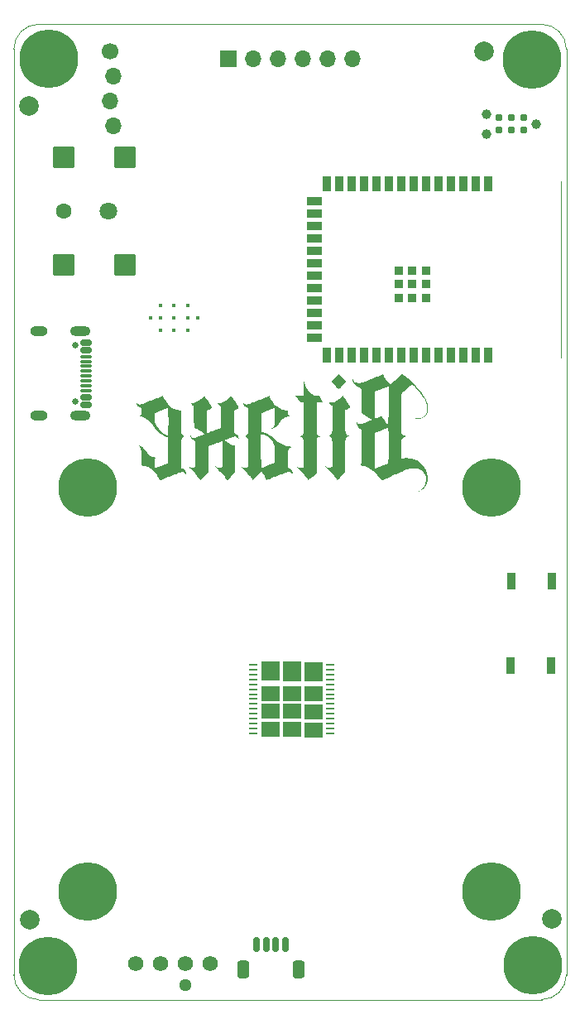
<source format=gbr>
%TF.GenerationSoftware,KiCad,Pcbnew,8.0.7*%
%TF.CreationDate,2025-01-27T23:16:30-05:00*%
%TF.ProjectId,bitaxeGamma,62697461-7865-4476-916d-6d612e6b6963,rev?*%
%TF.SameCoordinates,Original*%
%TF.FileFunction,Soldermask,Bot*%
%TF.FilePolarity,Negative*%
%FSLAX46Y46*%
G04 Gerber Fmt 4.6, Leading zero omitted, Abs format (unit mm)*
G04 Created by KiCad (PCBNEW 8.0.7) date 2025-01-27 23:16:30*
%MOMM*%
%LPD*%
G01*
G04 APERTURE LIST*
G04 Aperture macros list*
%AMRoundRect*
0 Rectangle with rounded corners*
0 $1 Rounding radius*
0 $2 $3 $4 $5 $6 $7 $8 $9 X,Y pos of 4 corners*
0 Add a 4 corners polygon primitive as box body*
4,1,4,$2,$3,$4,$5,$6,$7,$8,$9,$2,$3,0*
0 Add four circle primitives for the rounded corners*
1,1,$1+$1,$2,$3*
1,1,$1+$1,$4,$5*
1,1,$1+$1,$6,$7*
1,1,$1+$1,$8,$9*
0 Add four rect primitives between the rounded corners*
20,1,$1+$1,$2,$3,$4,$5,0*
20,1,$1+$1,$4,$5,$6,$7,0*
20,1,$1+$1,$6,$7,$8,$9,0*
20,1,$1+$1,$8,$9,$2,$3,0*%
G04 Aperture macros list end*
%ADD10C,0.120000*%
%ADD11C,0.000000*%
%ADD12C,6.000000*%
%ADD13C,0.800000*%
%ADD14R,1.700000X1.700000*%
%ADD15O,1.700000X1.700000*%
%ADD16C,0.400000*%
%ADD17C,1.295400*%
%ADD18C,1.574800*%
%ADD19C,1.700000*%
%ADD20C,2.000000*%
%ADD21C,0.650000*%
%ADD22RoundRect,0.150000X0.425000X-0.150000X0.425000X0.150000X-0.425000X0.150000X-0.425000X-0.150000X0*%
%ADD23RoundRect,0.075000X0.500000X-0.075000X0.500000X0.075000X-0.500000X0.075000X-0.500000X-0.075000X0*%
%ADD24O,1.800000X1.000000*%
%ADD25O,2.100000X1.000000*%
%ADD26R,0.900000X1.500000*%
%ADD27R,1.500000X0.900000*%
%ADD28R,0.900000X0.900000*%
%ADD29C,0.990600*%
%ADD30C,0.787400*%
%ADD31RoundRect,0.055250X0.340750X0.055250X-0.340750X0.055250X-0.340750X-0.055250X0.340750X-0.055250X0*%
%ADD32C,1.600000*%
%ADD33C,1.800000*%
%ADD34RoundRect,0.102000X1.000000X-1.000000X1.000000X1.000000X-1.000000X1.000000X-1.000000X-1.000000X0*%
%ADD35R,0.900000X1.800000*%
%ADD36RoundRect,0.150000X-0.150000X-0.625000X0.150000X-0.625000X0.150000X0.625000X-0.150000X0.625000X0*%
%ADD37RoundRect,0.250000X-0.350000X-0.650000X0.350000X-0.650000X0.350000X0.650000X-0.350000X0.650000X0*%
%TA.AperFunction,Profile*%
%ADD38C,0.001000*%
%TD*%
G04 APERTURE END LIST*
D10*
%TO.C,U4*%
X133180000Y-81610000D02*
X133180000Y-63610000D01*
%TO.C,U8*%
X104290562Y-115206000D02*
X102510562Y-115206000D01*
X102510562Y-116646000D01*
X104290562Y-116646000D01*
X104290562Y-115206000D01*
G36*
X104290562Y-115206000D02*
G01*
X102510562Y-115206000D01*
X102510562Y-116646000D01*
X104290562Y-116646000D01*
X104290562Y-115206000D01*
G37*
X104290562Y-118916000D02*
X102510562Y-118916000D01*
X102510562Y-120356000D01*
X104290562Y-120356000D01*
X104290562Y-118916000D01*
G36*
X104290562Y-118916000D02*
G01*
X102510562Y-118916000D01*
X102510562Y-120356000D01*
X104290562Y-120356000D01*
X104290562Y-118916000D01*
G37*
X104300562Y-112726000D02*
X102520562Y-112726000D01*
X102520562Y-114596000D01*
X104300562Y-114596000D01*
X104300562Y-112726000D01*
G36*
X104300562Y-112726000D02*
G01*
X102520562Y-112726000D01*
X102520562Y-114596000D01*
X104300562Y-114596000D01*
X104300562Y-112726000D01*
G37*
X104300562Y-117046000D02*
X102520562Y-117046000D01*
X102520562Y-118486000D01*
X104300562Y-118486000D01*
X104300562Y-117046000D01*
G36*
X104300562Y-117046000D02*
G01*
X102520562Y-117046000D01*
X102520562Y-118486000D01*
X104300562Y-118486000D01*
X104300562Y-117046000D01*
G37*
X106500562Y-115206000D02*
X104720562Y-115206000D01*
X104720562Y-116646000D01*
X106500562Y-116646000D01*
X106500562Y-115206000D01*
G36*
X106500562Y-115206000D02*
G01*
X104720562Y-115206000D01*
X104720562Y-116646000D01*
X106500562Y-116646000D01*
X106500562Y-115206000D01*
G37*
X106500562Y-118916000D02*
X104720562Y-118916000D01*
X104720562Y-120356000D01*
X106500562Y-120356000D01*
X106500562Y-118916000D01*
G36*
X106500562Y-118916000D02*
G01*
X104720562Y-118916000D01*
X104720562Y-120356000D01*
X106500562Y-120356000D01*
X106500562Y-118916000D01*
G37*
X106510562Y-112736000D02*
X104730562Y-112736000D01*
X104730562Y-114606000D01*
X106510562Y-114606000D01*
X106510562Y-112736000D01*
G36*
X106510562Y-112736000D02*
G01*
X104730562Y-112736000D01*
X104730562Y-114606000D01*
X106510562Y-114606000D01*
X106510562Y-112736000D01*
G37*
X106510562Y-117046000D02*
X104730562Y-117046000D01*
X104730562Y-118486000D01*
X106510562Y-118486000D01*
X106510562Y-117046000D01*
G36*
X106510562Y-117046000D02*
G01*
X104730562Y-117046000D01*
X104730562Y-118486000D01*
X106510562Y-118486000D01*
X106510562Y-117046000D01*
G37*
X108710562Y-112746000D02*
X106930562Y-112746000D01*
X106930562Y-114626000D01*
X108710562Y-114626000D01*
X108710562Y-112746000D01*
G36*
X108710562Y-112746000D02*
G01*
X106930562Y-112746000D01*
X106930562Y-114626000D01*
X108710562Y-114626000D01*
X108710562Y-112746000D01*
G37*
X108710562Y-115216000D02*
X106930562Y-115216000D01*
X106930562Y-116656000D01*
X108710562Y-116656000D01*
X108710562Y-115216000D01*
G36*
X108710562Y-115216000D02*
G01*
X106930562Y-115216000D01*
X106930562Y-116656000D01*
X108710562Y-116656000D01*
X108710562Y-115216000D01*
G37*
X108710562Y-118926000D02*
X106930562Y-118926000D01*
X106930562Y-120366000D01*
X108710562Y-120366000D01*
X108710562Y-118926000D01*
G36*
X108710562Y-118926000D02*
G01*
X106930562Y-118926000D01*
X106930562Y-120366000D01*
X108710562Y-120366000D01*
X108710562Y-118926000D01*
G37*
X108720562Y-117056000D02*
X106940562Y-117056000D01*
X106940562Y-118496000D01*
X108720562Y-118496000D01*
X108720562Y-117056000D01*
G36*
X108720562Y-117056000D02*
G01*
X106940562Y-117056000D01*
X106940562Y-118496000D01*
X108720562Y-118496000D01*
X108720562Y-117056000D01*
G37*
D11*
%TO.C,G\u002A\u002A\u002A*%
G36*
X110835225Y-83669191D02*
G01*
X111225774Y-84059740D01*
X110840646Y-84445290D01*
X110743775Y-84541920D01*
X110649131Y-84635592D01*
X110567917Y-84715197D01*
X110504115Y-84776859D01*
X110461707Y-84816699D01*
X110444677Y-84830841D01*
X110429633Y-84818501D01*
X110388808Y-84780268D01*
X110326321Y-84719953D01*
X110246154Y-84641434D01*
X110152289Y-84548587D01*
X110048708Y-84445290D01*
X109663579Y-84059740D01*
X110054128Y-83669191D01*
X110444677Y-83278642D01*
X110835225Y-83669191D01*
G37*
G36*
X106952962Y-84218195D02*
G01*
X107012788Y-84384727D01*
X107130174Y-84656382D01*
X107260097Y-84893409D01*
X107401616Y-85094547D01*
X107553792Y-85258537D01*
X107715685Y-85384116D01*
X107886356Y-85470027D01*
X107916657Y-85479077D01*
X107996489Y-85494470D01*
X108098933Y-85507422D01*
X108211773Y-85516200D01*
X108448024Y-85528872D01*
X108633717Y-85851383D01*
X108687239Y-85945026D01*
X108740061Y-86039000D01*
X108781920Y-86115205D01*
X108809482Y-86167559D01*
X108819410Y-86189981D01*
X108812654Y-86193248D01*
X108772106Y-86198329D01*
X108701063Y-86202393D01*
X108606604Y-86205090D01*
X108495806Y-86206067D01*
X108172203Y-86206067D01*
X108178046Y-87763614D01*
X108179056Y-88029567D01*
X108180108Y-88286071D01*
X108181182Y-88506491D01*
X108182369Y-88693760D01*
X108183761Y-88850811D01*
X108185446Y-88980576D01*
X108187518Y-89085988D01*
X108190065Y-89169980D01*
X108193180Y-89235484D01*
X108196952Y-89285434D01*
X108201474Y-89322762D01*
X108206835Y-89350400D01*
X108213126Y-89371282D01*
X108220439Y-89388341D01*
X108228864Y-89404508D01*
X108261787Y-89457864D01*
X108349332Y-89557893D01*
X108450475Y-89629877D01*
X108508694Y-89659932D01*
X108417585Y-89713326D01*
X108319765Y-89792653D01*
X108242377Y-89900266D01*
X108195128Y-90023485D01*
X108193591Y-90033321D01*
X108189824Y-90086905D01*
X108186397Y-90179408D01*
X108183334Y-90308844D01*
X108180661Y-90473224D01*
X108178401Y-90670562D01*
X108176578Y-90898870D01*
X108175218Y-91156162D01*
X108174344Y-91440449D01*
X108173980Y-91749745D01*
X108173471Y-93386531D01*
X107742630Y-93787538D01*
X107311790Y-94188545D01*
X107277386Y-94097910D01*
X107247290Y-94032073D01*
X107177868Y-93916154D01*
X107082976Y-93783702D01*
X106967059Y-93640128D01*
X106834561Y-93490847D01*
X106689927Y-93341272D01*
X106537600Y-93196816D01*
X106483754Y-93146978D01*
X106402109Y-93067371D01*
X106327474Y-92990122D01*
X106262576Y-92918696D01*
X106210143Y-92856560D01*
X106172904Y-92807181D01*
X106153586Y-92774024D01*
X106154918Y-92760556D01*
X106179628Y-92770243D01*
X106230444Y-92806551D01*
X106299366Y-92857410D01*
X106369454Y-92896819D01*
X106436950Y-92916253D01*
X106516137Y-92921454D01*
X106532152Y-92921097D01*
X106642284Y-92901731D01*
X106745371Y-92857661D01*
X106824867Y-92795630D01*
X106826684Y-92793536D01*
X106833773Y-92782700D01*
X106839814Y-92766544D01*
X106844873Y-92742039D01*
X106849018Y-92706155D01*
X106852314Y-92655863D01*
X106854829Y-92588133D01*
X106856628Y-92499937D01*
X106857778Y-92388244D01*
X106858346Y-92250025D01*
X106858398Y-92082251D01*
X106858000Y-91881892D01*
X106857219Y-91645920D01*
X106856122Y-91371304D01*
X106850337Y-89987937D01*
X106790861Y-89886750D01*
X106733692Y-89809469D01*
X106627929Y-89721251D01*
X106524473Y-89656939D01*
X106595168Y-89620671D01*
X106660367Y-89577358D01*
X106737556Y-89503287D01*
X106800898Y-89418954D01*
X106838416Y-89338263D01*
X106840403Y-89327806D01*
X106845101Y-89272011D01*
X106849184Y-89174805D01*
X106852651Y-89036374D01*
X106855498Y-88856905D01*
X106857723Y-88636583D01*
X106859323Y-88375593D01*
X106860296Y-88074124D01*
X106860639Y-87732359D01*
X106860755Y-86206067D01*
X106708307Y-86206067D01*
X106555859Y-86206067D01*
X106282673Y-85867470D01*
X106009487Y-85528872D01*
X106435121Y-85523240D01*
X106860755Y-85517608D01*
X106861024Y-84731444D01*
X106861292Y-83945279D01*
X106952962Y-84218195D01*
G37*
G36*
X110875684Y-85508401D02*
G01*
X110901173Y-85546235D01*
X110945271Y-85612062D01*
X111005209Y-85701741D01*
X111078222Y-85811131D01*
X111161542Y-85936090D01*
X111252402Y-86072478D01*
X111628268Y-86636921D01*
X111578013Y-86701135D01*
X111533263Y-86747758D01*
X111443903Y-86815237D01*
X111334780Y-86877924D01*
X111218190Y-86928062D01*
X111111453Y-86965971D01*
X111111453Y-88107771D01*
X111111446Y-88275760D01*
X111111559Y-88507622D01*
X111112114Y-88703489D01*
X111113445Y-88866832D01*
X111115885Y-89001120D01*
X111119767Y-89109823D01*
X111125425Y-89196412D01*
X111133192Y-89264355D01*
X111143400Y-89317123D01*
X111156384Y-89358185D01*
X111172477Y-89391011D01*
X111192011Y-89419071D01*
X111215321Y-89445835D01*
X111242739Y-89474772D01*
X111256864Y-89488805D01*
X111322178Y-89541654D01*
X111387734Y-89580913D01*
X111466066Y-89616790D01*
X111381498Y-89654924D01*
X111375494Y-89657712D01*
X111281872Y-89720387D01*
X111198671Y-89808646D01*
X111140101Y-89907615D01*
X111138050Y-89913353D01*
X111132956Y-89936914D01*
X111128511Y-89974168D01*
X111124674Y-90027659D01*
X111121401Y-90099929D01*
X111118649Y-90193524D01*
X111116374Y-90310985D01*
X111114534Y-90454858D01*
X111113085Y-90627686D01*
X111111983Y-90832012D01*
X111111187Y-91070380D01*
X111110652Y-91345334D01*
X111110335Y-91659417D01*
X111109217Y-93342654D01*
X110688391Y-93742728D01*
X110674494Y-93755934D01*
X110565705Y-93858938D01*
X110467267Y-93951493D01*
X110383136Y-94029930D01*
X110317265Y-94090579D01*
X110273609Y-94129771D01*
X110256123Y-94143836D01*
X110253726Y-94142893D01*
X110237968Y-94118544D01*
X110218096Y-94071351D01*
X110201334Y-94030446D01*
X110153397Y-93941437D01*
X110083781Y-93838666D01*
X109990413Y-93719559D01*
X109871219Y-93581541D01*
X109724123Y-93422036D01*
X109547051Y-93238470D01*
X109543132Y-93234475D01*
X109396872Y-93084228D01*
X109277197Y-92958886D01*
X109184596Y-92859026D01*
X109119552Y-92785223D01*
X109082554Y-92738053D01*
X109074086Y-92718092D01*
X109094636Y-92725916D01*
X109144690Y-92762100D01*
X109161332Y-92775007D01*
X109222126Y-92820072D01*
X109267670Y-92847117D01*
X109311821Y-92863145D01*
X109368432Y-92875156D01*
X109424247Y-92880245D01*
X109532354Y-92868158D01*
X109635541Y-92832791D01*
X109716601Y-92778902D01*
X109777901Y-92720173D01*
X109777784Y-91364474D01*
X109777450Y-91061641D01*
X109776407Y-90777058D01*
X109774652Y-90533703D01*
X109772182Y-90331350D01*
X109768993Y-90169770D01*
X109765081Y-90048738D01*
X109760444Y-89968026D01*
X109755076Y-89927406D01*
X109729641Y-89873164D01*
X109684106Y-89807892D01*
X109627056Y-89741021D01*
X109567001Y-89681715D01*
X109512452Y-89639140D01*
X109471918Y-89622460D01*
X109461738Y-89621456D01*
X109460241Y-89611288D01*
X109496605Y-89588775D01*
X109590651Y-89524440D01*
X109677420Y-89436473D01*
X109738314Y-89341998D01*
X109739156Y-89340168D01*
X109746794Y-89321373D01*
X109753334Y-89298885D01*
X109758862Y-89269539D01*
X109763465Y-89230169D01*
X109767229Y-89177612D01*
X109770239Y-89108701D01*
X109772582Y-89020272D01*
X109774344Y-88909160D01*
X109775610Y-88772200D01*
X109776467Y-88606226D01*
X109777001Y-88408073D01*
X109777298Y-88174578D01*
X109777443Y-87902574D01*
X109777901Y-86546497D01*
X109723429Y-86517344D01*
X109717003Y-86513566D01*
X109670874Y-86477206D01*
X109611948Y-86421367D01*
X109551012Y-86357292D01*
X109498855Y-86296221D01*
X109466268Y-86249396D01*
X109462396Y-86239552D01*
X109467939Y-86227474D01*
X109494743Y-86220368D01*
X109549610Y-86216913D01*
X109639339Y-86215787D01*
X109644743Y-86215764D01*
X109745420Y-86213103D01*
X109821565Y-86204306D01*
X109889472Y-86186406D01*
X109965431Y-86156439D01*
X110083913Y-86098122D01*
X110261573Y-85989272D01*
X110451696Y-85850389D01*
X110649303Y-85684906D01*
X110675153Y-85662002D01*
X110750198Y-85596617D01*
X110811604Y-85544759D01*
X110853607Y-85511228D01*
X110870442Y-85500822D01*
X110875684Y-85508401D01*
G37*
G36*
X94321726Y-88203688D02*
G01*
X94327450Y-89345307D01*
X94390708Y-89447836D01*
X94449755Y-89524977D01*
X94562645Y-89615543D01*
X94671323Y-89680721D01*
X94606011Y-89707774D01*
X94543402Y-89739855D01*
X94442182Y-89826730D01*
X94366349Y-89945412D01*
X94317438Y-90050447D01*
X94317235Y-91492995D01*
X94317031Y-92935544D01*
X94374332Y-92949316D01*
X94504813Y-92999651D01*
X94623731Y-93085425D01*
X94720321Y-93199404D01*
X94789662Y-93335721D01*
X94826830Y-93488511D01*
X94839564Y-93592695D01*
X94798954Y-93519767D01*
X94767864Y-93468659D01*
X94696223Y-93385706D01*
X94612548Y-93336540D01*
X94509179Y-93315767D01*
X94396328Y-93317778D01*
X94279739Y-93339423D01*
X94277012Y-93340249D01*
X94230067Y-93356189D01*
X94151537Y-93384567D01*
X94045832Y-93423686D01*
X93917364Y-93471846D01*
X93770541Y-93527347D01*
X93609773Y-93588491D01*
X93439472Y-93653579D01*
X93264047Y-93720910D01*
X93087908Y-93788787D01*
X92915465Y-93855510D01*
X92751128Y-93919380D01*
X92599308Y-93978697D01*
X92464414Y-94031763D01*
X92350857Y-94076879D01*
X92263046Y-94112345D01*
X92205393Y-94136462D01*
X92182306Y-94147531D01*
X92156950Y-94162429D01*
X92123410Y-94161789D01*
X92108335Y-94137849D01*
X92107708Y-94130648D01*
X92092011Y-94080784D01*
X92058316Y-94005401D01*
X92010789Y-93911903D01*
X91953592Y-93807696D01*
X91890888Y-93700184D01*
X91826843Y-93596772D01*
X91765618Y-93504865D01*
X91711378Y-93431868D01*
X91633746Y-93341345D01*
X91428675Y-93144290D01*
X91199837Y-92976294D01*
X90952588Y-92840495D01*
X90692285Y-92740029D01*
X90424283Y-92678034D01*
X90264283Y-92653320D01*
X90251592Y-91883221D01*
X90250405Y-91812732D01*
X90246370Y-91603183D01*
X90241813Y-91429431D01*
X90236204Y-91286956D01*
X90229012Y-91171235D01*
X90219709Y-91077750D01*
X90207764Y-91001978D01*
X90192648Y-90939400D01*
X90173831Y-90885494D01*
X90150784Y-90835740D01*
X90122975Y-90785617D01*
X90120847Y-90782042D01*
X90055158Y-90699440D01*
X89968535Y-90624924D01*
X89878803Y-90573944D01*
X89873811Y-90570360D01*
X89893019Y-90568784D01*
X89941313Y-90573315D01*
X90042375Y-90597494D01*
X90160102Y-90644707D01*
X90275032Y-90706919D01*
X90371015Y-90776491D01*
X90398820Y-90803695D01*
X90454315Y-90864996D01*
X90523987Y-90947126D01*
X90601656Y-91042752D01*
X90681141Y-91144537D01*
X90734840Y-91213508D01*
X90818912Y-91317242D01*
X90899591Y-91412229D01*
X90969785Y-91490190D01*
X91022398Y-91542845D01*
X91062638Y-91577211D01*
X91215232Y-91682141D01*
X91381116Y-91762486D01*
X91549910Y-91813887D01*
X91711234Y-91831990D01*
X91805458Y-91831990D01*
X91727919Y-91884679D01*
X91726511Y-91885637D01*
X91680191Y-91919536D01*
X91644507Y-91954123D01*
X91617967Y-91995254D01*
X91599082Y-92048782D01*
X91586361Y-92120563D01*
X91578314Y-92216452D01*
X91573451Y-92342305D01*
X91570280Y-92503975D01*
X91570271Y-92504579D01*
X91568454Y-92654882D01*
X91568425Y-92767967D01*
X91570389Y-92848244D01*
X91574549Y-92900125D01*
X91581111Y-92928019D01*
X91590277Y-92936337D01*
X91591076Y-92936279D01*
X91620124Y-92927830D01*
X91682001Y-92906515D01*
X91771195Y-92874430D01*
X91882191Y-92833666D01*
X92009476Y-92786318D01*
X92147538Y-92734478D01*
X92290864Y-92680241D01*
X92433940Y-92625699D01*
X92571254Y-92572945D01*
X92697292Y-92524073D01*
X92806541Y-92481175D01*
X92893488Y-92446347D01*
X92952621Y-92421679D01*
X92978425Y-92409267D01*
X92980554Y-92406582D01*
X92985763Y-92388149D01*
X92990120Y-92351420D01*
X92993668Y-92293796D01*
X92996447Y-92212681D01*
X92998497Y-92105477D01*
X92999861Y-91969587D01*
X93000578Y-91802416D01*
X93000690Y-91601364D01*
X93000238Y-91363836D01*
X92999262Y-91087234D01*
X92993897Y-89785247D01*
X92845552Y-89747576D01*
X92795197Y-89733623D01*
X92584188Y-89650458D01*
X92373511Y-89528486D01*
X92166508Y-89369879D01*
X91966522Y-89176806D01*
X91954304Y-89163562D01*
X91894802Y-89097043D01*
X91816697Y-89007551D01*
X91726200Y-88902295D01*
X91629520Y-88788485D01*
X91532865Y-88673329D01*
X91411974Y-88529984D01*
X91249584Y-88344170D01*
X91104594Y-88187826D01*
X90973619Y-88057822D01*
X90853274Y-87951029D01*
X90740175Y-87864315D01*
X90630938Y-87794552D01*
X90522177Y-87738608D01*
X90514875Y-87735308D01*
X90404294Y-87692014D01*
X90286919Y-87656257D01*
X90177336Y-87631939D01*
X90090130Y-87622966D01*
X90018498Y-87622966D01*
X90056588Y-87597653D01*
X91567307Y-87597653D01*
X91567708Y-87650108D01*
X91576720Y-87862890D01*
X91599702Y-88047668D01*
X91639589Y-88214539D01*
X91699311Y-88373600D01*
X91781803Y-88534948D01*
X91889995Y-88708680D01*
X91917006Y-88748242D01*
X92050892Y-88921724D01*
X92203075Y-89088150D01*
X92366516Y-89241311D01*
X92534179Y-89374999D01*
X92699026Y-89483007D01*
X92854021Y-89559125D01*
X92900901Y-89576869D01*
X92955065Y-89595307D01*
X92984250Y-89602457D01*
X92987222Y-89592193D01*
X92991070Y-89543051D01*
X92994468Y-89454586D01*
X92997396Y-89328175D01*
X92999836Y-89165195D01*
X93001767Y-88967024D01*
X93003170Y-88735040D01*
X93004026Y-88470619D01*
X93004316Y-88175140D01*
X93004259Y-88026074D01*
X93003937Y-87793751D01*
X93003352Y-87576138D01*
X93002527Y-87376604D01*
X93001489Y-87198520D01*
X93000260Y-87045257D01*
X92998866Y-86920185D01*
X92997331Y-86826675D01*
X92995680Y-86768097D01*
X92993937Y-86747822D01*
X92991503Y-86748422D01*
X92959821Y-86759684D01*
X92896275Y-86783599D01*
X92806237Y-86818064D01*
X92695077Y-86860979D01*
X92568166Y-86910239D01*
X92430874Y-86963742D01*
X92288571Y-87019386D01*
X92146628Y-87075069D01*
X92010417Y-87128688D01*
X91885306Y-87178140D01*
X91776668Y-87221323D01*
X91689872Y-87256135D01*
X91630289Y-87280473D01*
X91603290Y-87292234D01*
X91594124Y-87298428D01*
X91582050Y-87315882D01*
X91574136Y-87347708D01*
X91569576Y-87400731D01*
X91567568Y-87481772D01*
X91567307Y-87597653D01*
X90056588Y-87597653D01*
X90089298Y-87575915D01*
X90109228Y-87560563D01*
X90163325Y-87502836D01*
X90206982Y-87436061D01*
X90217845Y-87413574D01*
X90233814Y-87371933D01*
X90244274Y-87324765D01*
X90250353Y-87263036D01*
X90253174Y-87177714D01*
X90253865Y-87059764D01*
X90253865Y-86776270D01*
X90143230Y-86741395D01*
X90058403Y-86706242D01*
X89939051Y-86622638D01*
X89843108Y-86510508D01*
X89775444Y-86376095D01*
X89740927Y-86225641D01*
X89729100Y-86112301D01*
X89775716Y-86202561D01*
X89838802Y-86289077D01*
X89932429Y-86361967D01*
X90039340Y-86403558D01*
X90070304Y-86406574D01*
X90146405Y-86401553D01*
X90233759Y-86384628D01*
X90243350Y-86381914D01*
X90296052Y-86364473D01*
X90379854Y-86334744D01*
X90490374Y-86294407D01*
X90623228Y-86245146D01*
X90774034Y-86188642D01*
X90938409Y-86126576D01*
X91111969Y-86060630D01*
X91290333Y-85992487D01*
X91469118Y-85923827D01*
X91643940Y-85856333D01*
X91810416Y-85791686D01*
X91964165Y-85731569D01*
X92100803Y-85677662D01*
X92215947Y-85631648D01*
X92305215Y-85595208D01*
X92364223Y-85570025D01*
X92388590Y-85557779D01*
X92414471Y-85541528D01*
X92448806Y-85549415D01*
X92472066Y-85595165D01*
X92475889Y-85607757D01*
X92497208Y-85662159D01*
X92530356Y-85736720D01*
X92569968Y-85819160D01*
X92595756Y-85869606D01*
X92758633Y-86140535D01*
X92945653Y-86377530D01*
X93156687Y-86580498D01*
X93391607Y-86749341D01*
X93650281Y-86883965D01*
X93932582Y-86984274D01*
X94238379Y-87050172D01*
X94316002Y-87062069D01*
X94321583Y-88175140D01*
X94321726Y-88203688D01*
G37*
G36*
X105245907Y-92057041D02*
G01*
X105245907Y-92917613D01*
X105370928Y-92967812D01*
X105430008Y-92995089D01*
X105554364Y-93083226D01*
X105649593Y-93200838D01*
X105714408Y-93346505D01*
X105734620Y-93417897D01*
X105750000Y-93484787D01*
X105755573Y-93527171D01*
X105753328Y-93550543D01*
X105743744Y-93547509D01*
X105721785Y-93509348D01*
X105693905Y-93462287D01*
X105611304Y-93368746D01*
X105512841Y-93310573D01*
X105402588Y-93290562D01*
X105354520Y-93295517D01*
X105280084Y-93309868D01*
X105198761Y-93330325D01*
X105196858Y-93330871D01*
X105147588Y-93346997D01*
X105066904Y-93375570D01*
X104959208Y-93414896D01*
X104828901Y-93463281D01*
X104680384Y-93519031D01*
X104518060Y-93580452D01*
X104346329Y-93645850D01*
X104169594Y-93713530D01*
X103992255Y-93781799D01*
X103818714Y-93848961D01*
X103653373Y-93913324D01*
X103500633Y-93973193D01*
X103364896Y-94026874D01*
X103250563Y-94072673D01*
X103162036Y-94108895D01*
X103103716Y-94133846D01*
X103080005Y-94145833D01*
X103066191Y-94157840D01*
X103049936Y-94160477D01*
X103033194Y-94141356D01*
X103011533Y-94094620D01*
X102980518Y-94014414D01*
X102957215Y-93956363D01*
X102865871Y-93771175D01*
X102749948Y-93583181D01*
X102617823Y-93406421D01*
X102498437Y-93261820D01*
X102054938Y-93718972D01*
X102010996Y-93764104D01*
X101902447Y-93874102D01*
X101806275Y-93969421D01*
X101725747Y-94046955D01*
X101664126Y-94103597D01*
X101624678Y-94136240D01*
X101610667Y-94141776D01*
X101610188Y-94135996D01*
X101594021Y-94084945D01*
X101558675Y-94011146D01*
X101509185Y-93923607D01*
X101450586Y-93831333D01*
X101387913Y-93743331D01*
X101356524Y-93704912D01*
X101294815Y-93634712D01*
X101213091Y-93545222D01*
X101116602Y-93442104D01*
X101010600Y-93331021D01*
X100900335Y-93217634D01*
X100861484Y-93178017D01*
X100728732Y-93041405D01*
X100625077Y-92932341D01*
X100549720Y-92849813D01*
X100501860Y-92792811D01*
X100480696Y-92760325D01*
X100485428Y-92751343D01*
X100515255Y-92764856D01*
X100569376Y-92799853D01*
X100621986Y-92833797D01*
X100684304Y-92868648D01*
X100728345Y-92887115D01*
X100754000Y-92891983D01*
X100854280Y-92890795D01*
X100963060Y-92865032D01*
X101063798Y-92818099D01*
X101161904Y-92757447D01*
X101167267Y-91417164D01*
X101167527Y-91347696D01*
X101168186Y-91059654D01*
X101168058Y-90802734D01*
X101167160Y-90578444D01*
X101165509Y-90388289D01*
X101163121Y-90233776D01*
X101160012Y-90116412D01*
X101156200Y-90037703D01*
X101151701Y-89999156D01*
X101146978Y-89983090D01*
X101093056Y-89872002D01*
X101011135Y-89775451D01*
X100912147Y-89706778D01*
X100814920Y-89659712D01*
X100895809Y-89623496D01*
X100952938Y-89589809D01*
X101035424Y-89515822D01*
X101065003Y-89477437D01*
X102485038Y-89477437D01*
X102485038Y-91206887D01*
X102485101Y-91363235D01*
X102485493Y-91620762D01*
X102486217Y-91864144D01*
X102487246Y-92090323D01*
X102488553Y-92296239D01*
X102490109Y-92478834D01*
X102491887Y-92635049D01*
X102493859Y-92761825D01*
X102495998Y-92856105D01*
X102498276Y-92914828D01*
X102500665Y-92934936D01*
X102519082Y-92928771D01*
X102572479Y-92909080D01*
X102656175Y-92877532D01*
X102765668Y-92835843D01*
X102896456Y-92785727D01*
X103044036Y-92728899D01*
X103203906Y-92667074D01*
X103891518Y-92400612D01*
X103896970Y-91570235D01*
X103898110Y-91398476D01*
X103899062Y-91211383D01*
X103898896Y-91057340D01*
X103897027Y-90931497D01*
X103892866Y-90829007D01*
X103885829Y-90745021D01*
X103875328Y-90674692D01*
X103860777Y-90613171D01*
X103841589Y-90555610D01*
X103817178Y-90497162D01*
X103786957Y-90432977D01*
X103750340Y-90358209D01*
X103710480Y-90281669D01*
X103588173Y-90089899D01*
X103445758Y-89917878D01*
X103287874Y-89769139D01*
X103119161Y-89647217D01*
X102944256Y-89555645D01*
X102767800Y-89497956D01*
X102594431Y-89477684D01*
X102485038Y-89477437D01*
X101065003Y-89477437D01*
X101104781Y-89425817D01*
X101148140Y-89334529D01*
X101150874Y-89322142D01*
X101156156Y-89274719D01*
X101160633Y-89197578D01*
X101164335Y-89089011D01*
X101167294Y-88947312D01*
X101169541Y-88770773D01*
X101171107Y-88557687D01*
X101172024Y-88306346D01*
X101172322Y-88015043D01*
X101172322Y-86776270D01*
X101061688Y-86741395D01*
X100976861Y-86706242D01*
X100857509Y-86622638D01*
X100761566Y-86510508D01*
X100693901Y-86376095D01*
X100659385Y-86225641D01*
X100647558Y-86112301D01*
X100694174Y-86202561D01*
X100757393Y-86289208D01*
X100850913Y-86361994D01*
X100957591Y-86403513D01*
X100983192Y-86406375D01*
X101061203Y-86401151D01*
X101155540Y-86381207D01*
X101170133Y-86376746D01*
X101228147Y-86356820D01*
X101318109Y-86324409D01*
X101435294Y-86281315D01*
X101574974Y-86229342D01*
X101732423Y-86170292D01*
X101902914Y-86105966D01*
X102081721Y-86038168D01*
X102264115Y-85968700D01*
X102445372Y-85899364D01*
X102620763Y-85831963D01*
X102785563Y-85768298D01*
X102935043Y-85710173D01*
X103064479Y-85659390D01*
X103169142Y-85617751D01*
X103244306Y-85587059D01*
X103285245Y-85569115D01*
X103316302Y-85554335D01*
X103356014Y-85542142D01*
X103376900Y-85554798D01*
X103390524Y-85595165D01*
X103408235Y-85646507D01*
X103445078Y-85729953D01*
X103494694Y-85830182D01*
X103551983Y-85937350D01*
X103611849Y-86041616D01*
X103669192Y-86133138D01*
X103677407Y-86145375D01*
X103819863Y-86327650D01*
X103991568Y-86501823D01*
X104182778Y-86659787D01*
X104383750Y-86793439D01*
X104584739Y-86894673D01*
X104686352Y-86932559D01*
X104838590Y-86979085D01*
X105001368Y-87019755D01*
X105157351Y-87049874D01*
X105235489Y-87062262D01*
X105235832Y-87212384D01*
X105238365Y-87275518D01*
X105263321Y-87400449D01*
X105316628Y-87498900D01*
X105400372Y-87575467D01*
X105470856Y-87622966D01*
X105389637Y-87623274D01*
X105342452Y-87626378D01*
X105260955Y-87637788D01*
X105176626Y-87654651D01*
X105168801Y-87656518D01*
X105045374Y-87693013D01*
X104931246Y-87742438D01*
X104821443Y-87808680D01*
X104710993Y-87895628D01*
X104594922Y-88007171D01*
X104468254Y-88147195D01*
X104326018Y-88319590D01*
X104282507Y-88373427D01*
X104152540Y-88524765D01*
X104035793Y-88643604D01*
X103927727Y-88733388D01*
X103823802Y-88797564D01*
X103719480Y-88839575D01*
X103610222Y-88862866D01*
X103516457Y-88875353D01*
X103578967Y-88840531D01*
X103614314Y-88819059D01*
X103722445Y-88727057D01*
X103801212Y-88615712D01*
X103817538Y-88582297D01*
X103839986Y-88527551D01*
X103858492Y-88466967D01*
X103873521Y-88396066D01*
X103885538Y-88310368D01*
X103895008Y-88205395D01*
X103902396Y-88076666D01*
X103908168Y-87919703D01*
X103912789Y-87730026D01*
X103916722Y-87503155D01*
X103918938Y-87331049D01*
X103920220Y-87172141D01*
X103920579Y-87031738D01*
X103920037Y-86914473D01*
X103918615Y-86824977D01*
X103916334Y-86767883D01*
X103913217Y-86747822D01*
X103911509Y-86748169D01*
X103881561Y-86758513D01*
X103819409Y-86781673D01*
X103730439Y-86815544D01*
X103620033Y-86858017D01*
X103493574Y-86906988D01*
X103356446Y-86960350D01*
X103214031Y-87015995D01*
X103071713Y-87071817D01*
X102934875Y-87125710D01*
X102808900Y-87175568D01*
X102699172Y-87219283D01*
X102611073Y-87254749D01*
X102549987Y-87279860D01*
X102521297Y-87292509D01*
X102520880Y-87292735D01*
X102512403Y-87299608D01*
X102505397Y-87312441D01*
X102499752Y-87334805D01*
X102495353Y-87370271D01*
X102492090Y-87422410D01*
X102489848Y-87494794D01*
X102488517Y-87590994D01*
X102487983Y-87714581D01*
X102488134Y-87869126D01*
X102488858Y-88058200D01*
X102490041Y-88285376D01*
X102495456Y-89258651D01*
X102682987Y-89271588D01*
X102787792Y-89282177D01*
X102905062Y-89304056D01*
X103019997Y-89338459D01*
X103137092Y-89387853D01*
X103260844Y-89454704D01*
X103395750Y-89541480D01*
X103546306Y-89650647D01*
X103717009Y-89784672D01*
X103912355Y-89946021D01*
X104063378Y-90070861D01*
X104258942Y-90224002D01*
X104436714Y-90350755D01*
X104602421Y-90453993D01*
X104761789Y-90536591D01*
X104920541Y-90601423D01*
X105084404Y-90651362D01*
X105259103Y-90689283D01*
X105450363Y-90718060D01*
X105550635Y-90730584D01*
X105464210Y-90824345D01*
X105416622Y-90883718D01*
X105359239Y-90970458D01*
X105311846Y-91057287D01*
X105245907Y-91196469D01*
X105245907Y-91211383D01*
X105245907Y-92057041D01*
G37*
G36*
X96706501Y-85545981D02*
G01*
X96733746Y-85582419D01*
X96779421Y-85646962D01*
X96840714Y-85735534D01*
X96914811Y-85844058D01*
X96998900Y-85968457D01*
X97090168Y-86104653D01*
X97097526Y-86115680D01*
X97199815Y-86269346D01*
X97281048Y-86392518D01*
X97343387Y-86488969D01*
X97388996Y-86562474D01*
X97420041Y-86616805D01*
X97438685Y-86655736D01*
X97447092Y-86683040D01*
X97447426Y-86702490D01*
X97441852Y-86717861D01*
X97403760Y-86765286D01*
X97336242Y-86823661D01*
X97250643Y-86883879D01*
X97157364Y-86938652D01*
X97066802Y-86980692D01*
X96942462Y-87028906D01*
X96942462Y-88190661D01*
X96942504Y-88337706D01*
X96942711Y-88545010D01*
X96943077Y-88736786D01*
X96943586Y-88909299D01*
X96944219Y-89058812D01*
X96944961Y-89181593D01*
X96945795Y-89273905D01*
X96946704Y-89332013D01*
X96947671Y-89352183D01*
X96947698Y-89352180D01*
X96968225Y-89344530D01*
X97023120Y-89323347D01*
X97108047Y-89290323D01*
X97218668Y-89247151D01*
X97350647Y-89195523D01*
X97499647Y-89137132D01*
X97661330Y-89073671D01*
X98369779Y-88795393D01*
X98362012Y-87708027D01*
X98354244Y-86620662D01*
X98177209Y-86443627D01*
X98175209Y-86441626D01*
X98107799Y-86372952D01*
X98053813Y-86315646D01*
X98018693Y-86275644D01*
X98007881Y-86258886D01*
X98016822Y-86257395D01*
X98057030Y-86260608D01*
X98116841Y-86270096D01*
X98188347Y-86277931D01*
X98338102Y-86265427D01*
X98503088Y-86218008D01*
X98680623Y-86136997D01*
X98868029Y-86023716D01*
X99062626Y-85879484D01*
X99261732Y-85705624D01*
X99334897Y-85639603D01*
X99396864Y-85588785D01*
X99441359Y-85558013D01*
X99462319Y-85551933D01*
X99463756Y-85553759D01*
X99483075Y-85581451D01*
X99521185Y-85637535D01*
X99574657Y-85716869D01*
X99640060Y-85814309D01*
X99713966Y-85924713D01*
X99792943Y-86042938D01*
X99873563Y-86163841D01*
X99952394Y-86282279D01*
X100026007Y-86393110D01*
X100090971Y-86491190D01*
X100143858Y-86571378D01*
X100181237Y-86628529D01*
X100199677Y-86657502D01*
X100202687Y-86677535D01*
X100181029Y-86721509D01*
X100132175Y-86775372D01*
X100062480Y-86833989D01*
X99978298Y-86892226D01*
X99885982Y-86944948D01*
X99791888Y-86987021D01*
X99692913Y-87024362D01*
X99692913Y-88177971D01*
X99692913Y-88202922D01*
X99692989Y-88447975D01*
X99693264Y-88654867D01*
X99693841Y-88826811D01*
X99694822Y-88967021D01*
X99696308Y-89078709D01*
X99698400Y-89165087D01*
X99701201Y-89229369D01*
X99704811Y-89274768D01*
X99709332Y-89304496D01*
X99714866Y-89321766D01*
X99721514Y-89329790D01*
X99729377Y-89331783D01*
X99758104Y-89335512D01*
X99830765Y-89361581D01*
X99912972Y-89406164D01*
X99991721Y-89461696D01*
X100054008Y-89520613D01*
X100062167Y-89530468D01*
X100125193Y-89629410D01*
X100172661Y-89744429D01*
X100175591Y-89753963D01*
X100202672Y-89850092D01*
X100213384Y-89908414D01*
X100207608Y-89929456D01*
X100185224Y-89913747D01*
X100146112Y-89861816D01*
X100099776Y-89801503D01*
X100017517Y-89730768D01*
X99923233Y-89694737D01*
X99811097Y-89691652D01*
X99675283Y-89719754D01*
X99658101Y-89724970D01*
X99592826Y-89746835D01*
X99504354Y-89778285D01*
X99399613Y-89816671D01*
X99285531Y-89859345D01*
X99169038Y-89903657D01*
X99057061Y-89946958D01*
X98956530Y-89986601D01*
X98874373Y-90019936D01*
X98817519Y-90044314D01*
X98792896Y-90057087D01*
X98794223Y-90064982D01*
X98820552Y-90093977D01*
X98871986Y-90138478D01*
X98942306Y-90193903D01*
X99025294Y-90255672D01*
X99114729Y-90319201D01*
X99204392Y-90379909D01*
X99288064Y-90433214D01*
X99359525Y-90474534D01*
X99365144Y-90477509D01*
X99462868Y-90523448D01*
X99569044Y-90565033D01*
X99661658Y-90593591D01*
X99666067Y-90594667D01*
X99741312Y-90613106D01*
X99801360Y-90627954D01*
X99833561Y-90636083D01*
X99836707Y-90639436D01*
X99841704Y-90658717D01*
X99845973Y-90697180D01*
X99849559Y-90757325D01*
X99852512Y-90841650D01*
X99854880Y-90952654D01*
X99856709Y-91092836D01*
X99858049Y-91264694D01*
X99858946Y-91470729D01*
X99859450Y-91713438D01*
X99859607Y-91995320D01*
X99859607Y-93347654D01*
X99427244Y-93755422D01*
X99404238Y-93777116D01*
X99294849Y-93880180D01*
X99196559Y-93972643D01*
X99113209Y-94050904D01*
X99048639Y-94111360D01*
X99006690Y-94150408D01*
X98991200Y-94164448D01*
X98983944Y-94152795D01*
X98963748Y-94112367D01*
X98935831Y-94052805D01*
X98927664Y-94035265D01*
X98883562Y-93950046D01*
X98830779Y-93864455D01*
X98765619Y-93773887D01*
X98684386Y-93673735D01*
X98583382Y-93559395D01*
X98458911Y-93426260D01*
X98307276Y-93269726D01*
X98305399Y-93267810D01*
X98157582Y-93115980D01*
X98038670Y-92991444D01*
X97947409Y-92892768D01*
X97882544Y-92818517D01*
X97842823Y-92767257D01*
X97826990Y-92737553D01*
X97833794Y-92727970D01*
X97857596Y-92740102D01*
X97892514Y-92772586D01*
X97916248Y-92795183D01*
X97994394Y-92844432D01*
X98087213Y-92880163D01*
X98175683Y-92894206D01*
X98247284Y-92888511D01*
X98343301Y-92858010D01*
X98447917Y-92796900D01*
X98526055Y-92743139D01*
X98526055Y-91452690D01*
X98526019Y-91221891D01*
X98525836Y-90991437D01*
X98525421Y-90797043D01*
X98524687Y-90635699D01*
X98523549Y-90504396D01*
X98521921Y-90400123D01*
X98519717Y-90319872D01*
X98516852Y-90260631D01*
X98513238Y-90219392D01*
X98508791Y-90193146D01*
X98503425Y-90178881D01*
X98497053Y-90173589D01*
X98489591Y-90174259D01*
X98471920Y-90180672D01*
X98417968Y-90200893D01*
X98333520Y-90232837D01*
X98223354Y-90274688D01*
X98092251Y-90324627D01*
X97944990Y-90380840D01*
X97786350Y-90441511D01*
X97119574Y-90696744D01*
X97109156Y-92030574D01*
X97098737Y-93364404D01*
X96673016Y-93762351D01*
X96247294Y-94160299D01*
X96170263Y-94006964D01*
X96142674Y-93954637D01*
X96093816Y-93872976D01*
X96034864Y-93787659D01*
X95962404Y-93694573D01*
X95873024Y-93589607D01*
X95763314Y-93468650D01*
X95629859Y-93327592D01*
X95469249Y-93162319D01*
X95374914Y-93065374D01*
X95281923Y-92968131D01*
X95202872Y-92883678D01*
X95141624Y-92816203D01*
X95102043Y-92769895D01*
X95087991Y-92748941D01*
X95090868Y-92744264D01*
X95115019Y-92752041D01*
X95155710Y-92781367D01*
X95165367Y-92789255D01*
X95229267Y-92833723D01*
X95290480Y-92866566D01*
X95316736Y-92876166D01*
X95430229Y-92892950D01*
X95549155Y-92878166D01*
X95660118Y-92834757D01*
X95749721Y-92765667D01*
X95796766Y-92714519D01*
X95791394Y-91446728D01*
X95786022Y-90178937D01*
X95692257Y-90148066D01*
X95630330Y-90124001D01*
X95501543Y-90046464D01*
X95397330Y-89943431D01*
X95323210Y-89821157D01*
X95284699Y-89685901D01*
X95281411Y-89662346D01*
X95271258Y-89596642D01*
X95262743Y-89550365D01*
X95263870Y-89541935D01*
X95278975Y-89560050D01*
X95305553Y-89605670D01*
X95324570Y-89638094D01*
X95370170Y-89701605D01*
X95413066Y-89746248D01*
X95430694Y-89758928D01*
X95514043Y-89799520D01*
X95605620Y-89821644D01*
X95686267Y-89820117D01*
X95709181Y-89813143D01*
X95766534Y-89793254D01*
X95849794Y-89763222D01*
X95952460Y-89725498D01*
X96068028Y-89682535D01*
X96189997Y-89636783D01*
X96311864Y-89590693D01*
X96427125Y-89546717D01*
X96529280Y-89507305D01*
X96611824Y-89474909D01*
X96668255Y-89451981D01*
X96692072Y-89440971D01*
X96687231Y-89429777D01*
X96658014Y-89398671D01*
X96610349Y-89356238D01*
X96489318Y-89256395D01*
X96336170Y-89135564D01*
X96203754Y-89039220D01*
X96087095Y-88964239D01*
X95981218Y-88907500D01*
X95881149Y-88865880D01*
X95781913Y-88836256D01*
X95636105Y-88800461D01*
X95624307Y-87697840D01*
X95621954Y-87482338D01*
X95619482Y-87273333D01*
X95617086Y-87099696D01*
X95614616Y-86958072D01*
X95611923Y-86845104D01*
X95608856Y-86757438D01*
X95605267Y-86691718D01*
X95601005Y-86644589D01*
X95595922Y-86612695D01*
X95589867Y-86592680D01*
X95582692Y-86581189D01*
X95574245Y-86574866D01*
X95550190Y-86558265D01*
X95498780Y-86513511D01*
X95437647Y-86453974D01*
X95376874Y-86389999D01*
X95326543Y-86331933D01*
X95296738Y-86290123D01*
X95284758Y-86266055D01*
X95286841Y-86251655D01*
X95320616Y-86260230D01*
X95353148Y-86266914D01*
X95419803Y-86272800D01*
X95496967Y-86274010D01*
X95607121Y-86261676D01*
X95768216Y-86214805D01*
X95941656Y-86135294D01*
X96123220Y-86025472D01*
X96308692Y-85887663D01*
X96493853Y-85724195D01*
X96505163Y-85713404D01*
X96577511Y-85645392D01*
X96638159Y-85590075D01*
X96681035Y-85552894D01*
X96700072Y-85539291D01*
X96706501Y-85545981D01*
G37*
G36*
X117551978Y-84631446D02*
G01*
X117408593Y-84753929D01*
X117357351Y-84798345D01*
X117250367Y-84892961D01*
X117152838Y-84981656D01*
X117070371Y-85059203D01*
X117008573Y-85120373D01*
X116973054Y-85159940D01*
X116961784Y-85174683D01*
X116941173Y-85201915D01*
X116923062Y-85228277D01*
X116907287Y-85256429D01*
X116893689Y-85289028D01*
X116882106Y-85328734D01*
X116872377Y-85378206D01*
X116864340Y-85440103D01*
X116857834Y-85517083D01*
X116852698Y-85611806D01*
X116848770Y-85726931D01*
X116845889Y-85865117D01*
X116843894Y-86029022D01*
X116842623Y-86221306D01*
X116841916Y-86444627D01*
X116841610Y-86701645D01*
X116841545Y-86995019D01*
X116841559Y-87327407D01*
X116841619Y-87555697D01*
X116841952Y-87873173D01*
X116842603Y-88152341D01*
X116843599Y-88395236D01*
X116844965Y-88603897D01*
X116846729Y-88780360D01*
X116848918Y-88926663D01*
X116851559Y-89044842D01*
X116854677Y-89136935D01*
X116858300Y-89204980D01*
X116862455Y-89251012D01*
X116867168Y-89277070D01*
X116878577Y-89308226D01*
X116935759Y-89402897D01*
X117019252Y-89492370D01*
X117118220Y-89566337D01*
X117221830Y-89614491D01*
X117276108Y-89632921D01*
X117323429Y-89652795D01*
X117341641Y-89665981D01*
X117325794Y-89678653D01*
X117280349Y-89700535D01*
X117215681Y-89726148D01*
X117101531Y-89779032D01*
X116983060Y-89869944D01*
X116897633Y-89985964D01*
X116893671Y-89993444D01*
X116883481Y-90014628D01*
X116875060Y-90038148D01*
X116868209Y-90067938D01*
X116862729Y-90107931D01*
X116858418Y-90162062D01*
X116855079Y-90234262D01*
X116852511Y-90328468D01*
X116850515Y-90448611D01*
X116848994Y-90589040D01*
X116848890Y-90598626D01*
X116847437Y-90782446D01*
X116845957Y-91004006D01*
X116839937Y-91936728D01*
X116950141Y-91926665D01*
X117072216Y-91915969D01*
X117188994Y-91907519D01*
X117286335Y-91903508D01*
X117376162Y-91903737D01*
X117470400Y-91908007D01*
X117580972Y-91916118D01*
X117886215Y-91956593D01*
X118179448Y-92030141D01*
X118445953Y-92135300D01*
X118685313Y-92271739D01*
X118897113Y-92439128D01*
X119080939Y-92637137D01*
X119236373Y-92865434D01*
X119363001Y-93123689D01*
X119460407Y-93411572D01*
X119479871Y-93486304D01*
X119495620Y-93559932D01*
X119506130Y-93633392D01*
X119512487Y-93717140D01*
X119515776Y-93821636D01*
X119517084Y-93957338D01*
X119517347Y-94044669D01*
X119516676Y-94151474D01*
X119513804Y-94231084D01*
X119507717Y-94292299D01*
X119497406Y-94343924D01*
X119481858Y-94394760D01*
X119460062Y-94453611D01*
X119458056Y-94458814D01*
X119352858Y-94684259D01*
X119223392Y-94882650D01*
X119072458Y-95050860D01*
X118902851Y-95185758D01*
X118717371Y-95284216D01*
X118674960Y-95301063D01*
X118605462Y-95324716D01*
X118569462Y-95330995D01*
X118568476Y-95320967D01*
X118604019Y-95295695D01*
X118677603Y-95256245D01*
X118824002Y-95166551D01*
X118973098Y-95038521D01*
X119101549Y-94888943D01*
X119199002Y-94728298D01*
X119267605Y-94567329D01*
X119314489Y-94406662D01*
X119340790Y-94235974D01*
X119349703Y-94040685D01*
X119349743Y-94030300D01*
X119339393Y-93825340D01*
X119305883Y-93649759D01*
X119246700Y-93496975D01*
X119159327Y-93360409D01*
X119041250Y-93233477D01*
X119023281Y-93217159D01*
X118875488Y-93105835D01*
X118713447Y-93024332D01*
X118532150Y-92971121D01*
X118326592Y-92944673D01*
X118091765Y-92943460D01*
X118068218Y-92944554D01*
X117887016Y-92958833D01*
X117716957Y-92984480D01*
X117548962Y-93023967D01*
X117373953Y-93079772D01*
X117182852Y-93154369D01*
X116966580Y-93250233D01*
X116915321Y-93273712D01*
X116816728Y-93318283D01*
X116689159Y-93375511D01*
X116537890Y-93443046D01*
X116368196Y-93518537D01*
X116185351Y-93599636D01*
X115994633Y-93683993D01*
X115801314Y-93769257D01*
X115715367Y-93807098D01*
X115519969Y-93892974D01*
X115358064Y-93963733D01*
X115226339Y-94020646D01*
X115121482Y-94064987D01*
X115040177Y-94098029D01*
X114979112Y-94121043D01*
X114934973Y-94135304D01*
X114904446Y-94142082D01*
X114884218Y-94142652D01*
X114870975Y-94138285D01*
X114861403Y-94130255D01*
X114857136Y-94125659D01*
X114824653Y-94090072D01*
X114772177Y-94032128D01*
X114705973Y-93958756D01*
X114632308Y-93876886D01*
X114619370Y-93862541D01*
X114403144Y-93637346D01*
X114177034Y-93427318D01*
X113945951Y-93236060D01*
X113714805Y-93067176D01*
X113488508Y-92924267D01*
X113271972Y-92810938D01*
X113070107Y-92730792D01*
X112994020Y-92709415D01*
X112892415Y-92686191D01*
X112785939Y-92665823D01*
X112689578Y-92651157D01*
X112618317Y-92645036D01*
X112615148Y-92632226D01*
X112631373Y-92594018D01*
X112664519Y-92539357D01*
X112693873Y-92492129D01*
X112732736Y-92417950D01*
X112756759Y-92357035D01*
X112761033Y-92321246D01*
X112764958Y-92244264D01*
X112768400Y-92127437D01*
X112771349Y-91971690D01*
X112773792Y-91777948D01*
X112775718Y-91547136D01*
X112777115Y-91280180D01*
X112777972Y-90978004D01*
X112778277Y-90641533D01*
X112778371Y-89317528D01*
X114091108Y-89317528D01*
X114091108Y-91137351D01*
X114091124Y-91268340D01*
X114091324Y-91581884D01*
X114091779Y-91856758D01*
X114092519Y-92095135D01*
X114093575Y-92299186D01*
X114094980Y-92471082D01*
X114096762Y-92612993D01*
X114098955Y-92727092D01*
X114101589Y-92815549D01*
X114104694Y-92880536D01*
X114108303Y-92924224D01*
X114112446Y-92948784D01*
X114117154Y-92956388D01*
X114136965Y-92950668D01*
X114191269Y-92931808D01*
X114274070Y-92901812D01*
X114379852Y-92862775D01*
X114503093Y-92816792D01*
X114638277Y-92765959D01*
X114779885Y-92712370D01*
X114922397Y-92658122D01*
X115060296Y-92605309D01*
X115188063Y-92556027D01*
X115300178Y-92512371D01*
X115391125Y-92476437D01*
X115455383Y-92450319D01*
X115487435Y-92436114D01*
X115494519Y-92431631D01*
X115500849Y-92424433D01*
X115506348Y-92411990D01*
X115511076Y-92391701D01*
X115515090Y-92360964D01*
X115518450Y-92317175D01*
X115521212Y-92257733D01*
X115523436Y-92180037D01*
X115525180Y-92081483D01*
X115526502Y-91959471D01*
X115527461Y-91811397D01*
X115528114Y-91634660D01*
X115528521Y-91426658D01*
X115528739Y-91184789D01*
X115528828Y-90906450D01*
X115528844Y-90589040D01*
X115528840Y-90460198D01*
X115528776Y-90158027D01*
X115528595Y-89893991D01*
X115528244Y-89665545D01*
X115527672Y-89470144D01*
X115526826Y-89305242D01*
X115525657Y-89168294D01*
X115524111Y-89056756D01*
X115522138Y-88968081D01*
X115519685Y-88899726D01*
X115516701Y-88849144D01*
X115513134Y-88813791D01*
X115508933Y-88791121D01*
X115504046Y-88778589D01*
X115498421Y-88773650D01*
X115492007Y-88773760D01*
X115470968Y-88781043D01*
X115414240Y-88802215D01*
X115327417Y-88835290D01*
X115215197Y-88878461D01*
X115082278Y-88929919D01*
X114933359Y-88987855D01*
X114773139Y-89050461D01*
X114091108Y-89317528D01*
X112778371Y-89317528D01*
X112778393Y-89003086D01*
X112643473Y-88915183D01*
X112527772Y-88831449D01*
X112404602Y-88711659D01*
X112317738Y-88580371D01*
X112264153Y-88432683D01*
X112240816Y-88263696D01*
X112239716Y-88240355D01*
X112238183Y-88150258D01*
X112243184Y-88098152D01*
X112254925Y-88081374D01*
X112269582Y-88091671D01*
X112278654Y-88128257D01*
X112290888Y-88185580D01*
X112328977Y-88260788D01*
X112383353Y-88331148D01*
X112444186Y-88381612D01*
X112486931Y-88403560D01*
X112533134Y-88418511D01*
X112585147Y-88424138D01*
X112647631Y-88419476D01*
X112725247Y-88403554D01*
X112822656Y-88375404D01*
X112944519Y-88334058D01*
X113095497Y-88278548D01*
X113280252Y-88207905D01*
X113303820Y-88198788D01*
X113444874Y-88143878D01*
X113572402Y-88093658D01*
X113681326Y-88050170D01*
X113766567Y-88015458D01*
X113823047Y-87991562D01*
X113845688Y-87980525D01*
X113844242Y-87977111D01*
X113817290Y-87954885D01*
X113760567Y-87915053D01*
X113678252Y-87860362D01*
X113574525Y-87793561D01*
X113453568Y-87717399D01*
X113319560Y-87634624D01*
X112778393Y-87303381D01*
X112778393Y-87233852D01*
X114094728Y-87233852D01*
X114095256Y-87409474D01*
X114096355Y-87553321D01*
X114098061Y-87667880D01*
X114100411Y-87755637D01*
X114103444Y-87819078D01*
X114107196Y-87860688D01*
X114111705Y-87882955D01*
X114117007Y-87888363D01*
X114262233Y-87832146D01*
X114386130Y-87782699D01*
X114481383Y-87742340D01*
X114553484Y-87708481D01*
X114607922Y-87678530D01*
X114650188Y-87649896D01*
X114685770Y-87619991D01*
X114772779Y-87539788D01*
X114872189Y-87701188D01*
X114916197Y-87770400D01*
X115021938Y-87924834D01*
X115140367Y-88085443D01*
X115260738Y-88237900D01*
X115372304Y-88367880D01*
X115392519Y-88389821D01*
X115446260Y-88445129D01*
X115487900Y-88483651D01*
X115509756Y-88498109D01*
X115511868Y-88488801D01*
X115514834Y-88441409D01*
X115517569Y-88355667D01*
X115520054Y-88233562D01*
X115522271Y-88077083D01*
X115524199Y-87888216D01*
X115525820Y-87668949D01*
X115527114Y-87421270D01*
X115528062Y-87147165D01*
X115528645Y-86848624D01*
X115528844Y-86527632D01*
X115528844Y-84557155D01*
X115484563Y-84571210D01*
X115465311Y-84578039D01*
X115409382Y-84598753D01*
X115323073Y-84631132D01*
X115211229Y-84673347D01*
X115078690Y-84723570D01*
X114930301Y-84779972D01*
X114770904Y-84840723D01*
X114101527Y-85096181D01*
X114096170Y-86497298D01*
X114095233Y-86777342D01*
X114094733Y-87023970D01*
X114094728Y-87233852D01*
X112778393Y-87233852D01*
X112778393Y-86051385D01*
X112778393Y-84799388D01*
X112575235Y-84702943D01*
X112534971Y-84683348D01*
X112333589Y-84568325D01*
X112165903Y-84441727D01*
X112033497Y-84305436D01*
X111937957Y-84161337D01*
X111880865Y-84011311D01*
X111863807Y-83857244D01*
X111866039Y-83757748D01*
X111885274Y-83843290D01*
X111912186Y-83913965D01*
X111970707Y-84003415D01*
X112046917Y-84083886D01*
X112129483Y-84141535D01*
X112162363Y-84156770D01*
X112296824Y-84198360D01*
X112450116Y-84219893D01*
X112607273Y-84218945D01*
X112618600Y-84217883D01*
X112659234Y-84212254D01*
X112706208Y-84202533D01*
X112763128Y-84187481D01*
X112833598Y-84165860D01*
X112921224Y-84136431D01*
X113029611Y-84097956D01*
X113162365Y-84049195D01*
X113323090Y-83988912D01*
X113515392Y-83915866D01*
X113742876Y-83828820D01*
X113787007Y-83811888D01*
X113977978Y-83738480D01*
X114157028Y-83669439D01*
X114320299Y-83606268D01*
X114463933Y-83550467D01*
X114584071Y-83503538D01*
X114676857Y-83466984D01*
X114738431Y-83442305D01*
X114764937Y-83431003D01*
X114781695Y-83420441D01*
X114828931Y-83384605D01*
X114882887Y-83338551D01*
X114962529Y-83266599D01*
X114988091Y-83345480D01*
X115021363Y-83432013D01*
X115078387Y-83552397D01*
X115147859Y-83679540D01*
X115222538Y-83799422D01*
X115222784Y-83799788D01*
X115261756Y-83851812D01*
X115318549Y-83920112D01*
X115387535Y-83998707D01*
X115463084Y-84081617D01*
X115539568Y-84162863D01*
X115611358Y-84236464D01*
X115672826Y-84296439D01*
X115718342Y-84336810D01*
X115742277Y-84351596D01*
X115749996Y-84346973D01*
X115784807Y-84318442D01*
X115843198Y-84267222D01*
X115921015Y-84197196D01*
X116014105Y-84112249D01*
X116118312Y-84016262D01*
X116229484Y-83913121D01*
X116343465Y-83806707D01*
X116456103Y-83700905D01*
X116563241Y-83599597D01*
X116660727Y-83506668D01*
X116744406Y-83426000D01*
X116810124Y-83361477D01*
X116853727Y-83316982D01*
X116871060Y-83296398D01*
X116877313Y-83284520D01*
X116900186Y-83268085D01*
X116917181Y-83277171D01*
X116962723Y-83308058D01*
X117030607Y-83356899D01*
X117115160Y-83419603D01*
X117210714Y-83492080D01*
X117503641Y-83724937D01*
X117823871Y-84000189D01*
X118123327Y-84280259D01*
X118399804Y-84562525D01*
X118651096Y-84844368D01*
X118874998Y-85123167D01*
X119069304Y-85396302D01*
X119231808Y-85661151D01*
X119360305Y-85915096D01*
X119452589Y-86155515D01*
X119465998Y-86199403D01*
X119508569Y-86360083D01*
X119541800Y-86519815D01*
X119563356Y-86666138D01*
X119570900Y-86786588D01*
X119570535Y-86807598D01*
X119560238Y-86925507D01*
X119538121Y-87057196D01*
X119507334Y-87188802D01*
X119471026Y-87306466D01*
X119432349Y-87396324D01*
X119378625Y-87484073D01*
X119253776Y-87632008D01*
X119105723Y-87748677D01*
X118939196Y-87831999D01*
X118758925Y-87879893D01*
X118569639Y-87890277D01*
X118376068Y-87861072D01*
X118230183Y-87813654D01*
X118061294Y-87734545D01*
X117905553Y-87636336D01*
X117772466Y-87525151D01*
X117671541Y-87407115D01*
X117664517Y-87395947D01*
X117666383Y-87389774D01*
X117692609Y-87411296D01*
X117740430Y-87458453D01*
X117887268Y-87591817D01*
X118063551Y-87708259D01*
X118251886Y-87787365D01*
X118456518Y-87831347D01*
X118468758Y-87832826D01*
X118659030Y-87836881D01*
X118839370Y-87806261D01*
X119004713Y-87743455D01*
X119149994Y-87650957D01*
X119270148Y-87531257D01*
X119360110Y-87386846D01*
X119383617Y-87334660D01*
X119428818Y-87212465D01*
X119457419Y-87089823D01*
X119472006Y-86953309D01*
X119475165Y-86789496D01*
X119475032Y-86776292D01*
X119472403Y-86669770D01*
X119465586Y-86583831D01*
X119452152Y-86503506D01*
X119429671Y-86413828D01*
X119395717Y-86299832D01*
X119350948Y-86167154D01*
X119255893Y-85940595D01*
X119136407Y-85714759D01*
X118989922Y-85485773D01*
X118813871Y-85249761D01*
X118605686Y-85002851D01*
X118362800Y-84741167D01*
X118252875Y-84628358D01*
X118155394Y-84534493D01*
X118072142Y-84467404D01*
X117997416Y-84427167D01*
X117925509Y-84413860D01*
X117850717Y-84427558D01*
X117767335Y-84468337D01*
X117669657Y-84536275D01*
X117643839Y-84557155D01*
X117551978Y-84631446D01*
G37*
%TD*%
D12*
%TO.C,H6*%
X84710000Y-94910000D03*
%TD*%
%TO.C,H5*%
X126060000Y-136260000D03*
%TD*%
D13*
%TO.C,H1*%
X127985010Y-51120990D03*
X128644020Y-49530000D03*
X128644020Y-52711980D03*
X130235010Y-48870990D03*
D12*
X130235010Y-51120990D03*
D13*
X130235010Y-53370990D03*
X131826000Y-49530000D03*
X131826000Y-52711980D03*
X132485010Y-51120990D03*
%TD*%
%TO.C,H3*%
X128052000Y-143728000D03*
X128711010Y-142137010D03*
X128711010Y-145318990D03*
X130302000Y-141478000D03*
D12*
X130302000Y-143728000D03*
D13*
X130302000Y-145978000D03*
X131892990Y-142137010D03*
X131892990Y-145318990D03*
X132552000Y-143728000D03*
%TD*%
D14*
%TO.C,J4*%
X99171505Y-51054000D03*
D15*
X101711505Y-51054000D03*
X104251505Y-51054000D03*
X106791505Y-51054000D03*
X109331505Y-51054000D03*
X111871505Y-51054000D03*
%TD*%
D13*
%TO.C,H4*%
X78455010Y-143830990D03*
X79114020Y-142240000D03*
X79114020Y-145421980D03*
X80705010Y-141580990D03*
D12*
X80705010Y-143830990D03*
D13*
X80705010Y-146080990D03*
X82296000Y-142240000D03*
X82296000Y-145421980D03*
X82955010Y-143830990D03*
%TD*%
D12*
%TO.C,H8*%
X84710000Y-136260000D03*
%TD*%
D13*
%TO.C,H2*%
X78558000Y-51054000D03*
X79217010Y-49463010D03*
X79217010Y-52644990D03*
X80808000Y-48804000D03*
D12*
X80808000Y-51054000D03*
D13*
X80808000Y-53304000D03*
X82398990Y-49463010D03*
X82398990Y-52644990D03*
X83058000Y-51054000D03*
%TD*%
D12*
%TO.C,H7*%
X126060000Y-94910000D03*
%TD*%
D16*
%TO.C,U2*%
X92180000Y-78870000D03*
X93580000Y-78870000D03*
X94980000Y-78870000D03*
X91180000Y-77590000D03*
X92180000Y-77590000D03*
X93580000Y-77590000D03*
X94980000Y-77590000D03*
X95980000Y-77590000D03*
X92180000Y-76310000D03*
X93580000Y-76310000D03*
X94980000Y-76310000D03*
%TD*%
D17*
%TO.C,J6*%
X94701000Y-145782001D03*
D18*
X89621000Y-143622000D03*
X92161000Y-143622000D03*
X94701000Y-143622000D03*
X97241000Y-143622000D03*
%TD*%
D19*
%TO.C,J3*%
X87005000Y-50292000D03*
D15*
X87405000Y-52832000D03*
X87005000Y-55372000D03*
X87405000Y-57912000D03*
%TD*%
D20*
%TO.C,FID7*%
X132260000Y-139060000D03*
%TD*%
D21*
%TO.C,J5*%
X83470000Y-86150000D03*
X83470000Y-80370000D03*
D22*
X84545000Y-86460000D03*
X84545000Y-85660000D03*
D23*
X84545000Y-84510000D03*
X84545000Y-83510000D03*
X84545000Y-83010000D03*
X84545000Y-82010000D03*
D22*
X84545000Y-80060000D03*
X84545000Y-80860000D03*
D23*
X84545000Y-81510000D03*
X84545000Y-82510000D03*
X84545000Y-84010000D03*
X84545000Y-85010000D03*
D24*
X79790000Y-87580000D03*
D25*
X83970000Y-87580000D03*
D24*
X79790000Y-78940000D03*
D25*
X83970000Y-78940000D03*
%TD*%
D26*
%TO.C,U4*%
X125690000Y-81360000D03*
X124420000Y-81360000D03*
X123150000Y-81360000D03*
X121880000Y-81360000D03*
X120610000Y-81360000D03*
X119340000Y-81360000D03*
X118070000Y-81360000D03*
X116800000Y-81360000D03*
X115530000Y-81360000D03*
X114260000Y-81360000D03*
X112990000Y-81360000D03*
X111720000Y-81360000D03*
X110450000Y-81360000D03*
X109180000Y-81360000D03*
D27*
X107930000Y-79595000D03*
X107930000Y-78325000D03*
X107930000Y-77055000D03*
X107930000Y-75785000D03*
X107930000Y-74515000D03*
X107930000Y-73245000D03*
X107930000Y-71975000D03*
X107930000Y-70705000D03*
X107930000Y-69435000D03*
X107930000Y-68165000D03*
X107930000Y-66895000D03*
X107930000Y-65625000D03*
D26*
X109180000Y-63860000D03*
X110450000Y-63860000D03*
X111720000Y-63860000D03*
X112990000Y-63860000D03*
X114260000Y-63860000D03*
X115530000Y-63860000D03*
X116800000Y-63860000D03*
X118070000Y-63860000D03*
X119340000Y-63860000D03*
X120610000Y-63860000D03*
X121880000Y-63860000D03*
X123150000Y-63860000D03*
X124420000Y-63860000D03*
X125690000Y-63860000D03*
D28*
X116570000Y-75510000D03*
X117970000Y-75510000D03*
X119370000Y-75510000D03*
X116570000Y-74110000D03*
X117970000Y-74110000D03*
X119370000Y-74110000D03*
X116570000Y-72710000D03*
X117970000Y-72710000D03*
X119370000Y-72710000D03*
%TD*%
D29*
%TO.C,J2*%
X130670000Y-57730000D03*
X125590000Y-58746000D03*
X125590000Y-56714000D03*
D30*
X129400000Y-58365000D03*
X129400000Y-57095000D03*
X128130000Y-58365000D03*
X128130000Y-57095000D03*
X126860000Y-58365000D03*
X126860000Y-57095000D03*
%TD*%
D31*
%TO.C,U8*%
X109526562Y-113032000D03*
X109526562Y-113534000D03*
X109526562Y-114036000D03*
X109526562Y-114538000D03*
X109526562Y-115040000D03*
X109526562Y-115542000D03*
X109526562Y-116044000D03*
X109526562Y-116546000D03*
X109526562Y-117048000D03*
X109526562Y-117550000D03*
X109526562Y-118052000D03*
X109526562Y-118554000D03*
X109526562Y-119056000D03*
X109526562Y-119558000D03*
X109526562Y-120060000D03*
X101694562Y-120060000D03*
X101694562Y-119558000D03*
X101694562Y-119056000D03*
X101694562Y-118554000D03*
X101694562Y-118052000D03*
X101694562Y-117550000D03*
X101694562Y-117048000D03*
X101694562Y-116546000D03*
X101694562Y-116044000D03*
X101694562Y-115542000D03*
X101694562Y-115040000D03*
X101694562Y-114538000D03*
X101694562Y-114036000D03*
X101694562Y-113534000D03*
X101694562Y-113032000D03*
%TD*%
D20*
%TO.C,FID8*%
X78850000Y-139070000D03*
%TD*%
D32*
%TO.C,J1*%
X82330000Y-66620000D03*
D33*
X86830000Y-66620000D03*
D34*
X82330000Y-72120000D03*
X88530000Y-72120000D03*
X82330000Y-61120000D03*
X88530000Y-61120000D03*
%TD*%
D35*
%TO.C,SW1*%
X132246000Y-104448000D03*
X128136000Y-104448000D03*
%TD*%
D20*
%TO.C,FID5*%
X125270000Y-50310000D03*
%TD*%
D35*
%TO.C,SW2*%
X132142000Y-113155000D03*
X128032000Y-113155000D03*
%TD*%
D20*
%TO.C,FID6*%
X78750000Y-55900000D03*
%TD*%
D36*
%TO.C,J7*%
X102000000Y-141675000D03*
X103000000Y-141675000D03*
X104000000Y-141675000D03*
X105000000Y-141675000D03*
D37*
X100700000Y-144200000D03*
X106300000Y-144200000D03*
%TD*%
D38*
X79729000Y-47522000D02*
X131192000Y-47522000D01*
X133732000Y-144744000D02*
G75*
G02*
X131192000Y-147284000I-2540000J0D01*
G01*
X131192000Y-47522000D02*
G75*
G02*
X133732000Y-50062000I0J-2540000D01*
G01*
X77189000Y-50062000D02*
G75*
G02*
X79729000Y-47522000I2540000J0D01*
G01*
X131192000Y-147284000D02*
X79729000Y-147284000D01*
X133732000Y-50062000D02*
X133732000Y-144744000D01*
X79729000Y-147284000D02*
G75*
G02*
X77189000Y-144744000I0J2540000D01*
G01*
X77189000Y-144744000D02*
X77189000Y-50062000D01*
M02*

</source>
